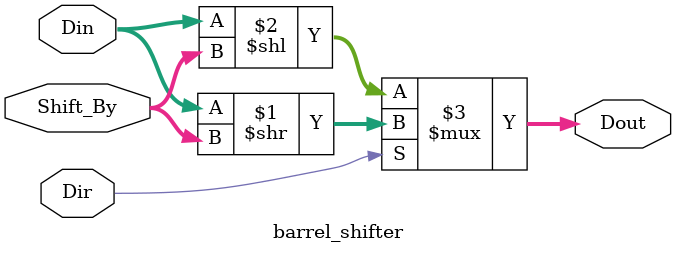
<source format=v>
`timescale 1ns / 1ps


module barrel_shifter(
	input			Dir,
    input [31:0]	Din,
    input [4:0]		Shift_By,
    output [31:0]	Dout
    );
 
	assign Dout = Dir ? (Din >> Shift_By) : (Din << Shift_By);
	
endmodule

</source>
